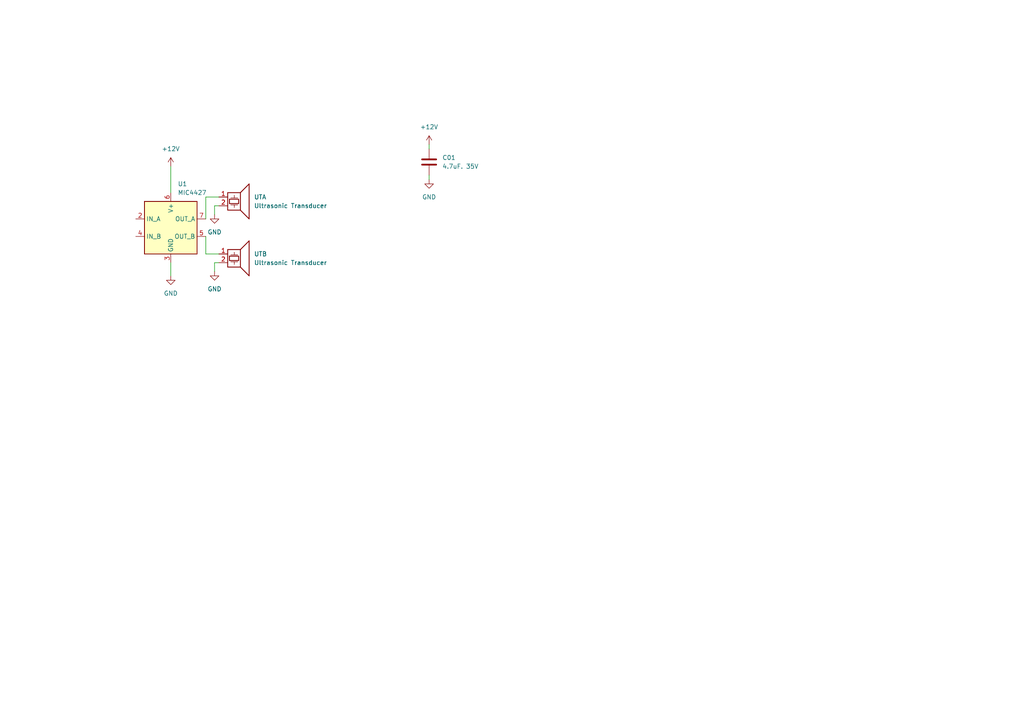
<source format=kicad_sch>
(kicad_sch (version 20211123) (generator eeschema)
  (paper "A4")
  (lib_symbols
    (symbol "Device:C" (pin_numbers hide) (pin_names (offset 0.254))
      (property "Reference" "C" (at 0.635 2.54 0))
      (property "Value" "C" (at 0.635 -2.54 0))
      (symbol "C_0_1"
        (polyline (pts (xy -2.032 -0.762) (xy 2.032 -0.762)) (stroke (width 0.508)))
        (polyline (pts (xy -2.032 0.762) (xy 2.032 0.762)) (stroke (width 0.508)))
      )
      (symbol "C_1_1"
        (pin passive line (at 0 3.81 270) (length 2.794) (name "~") (number "1"))
        (pin passive line (at 0 -3.81 90) (length 2.794) (name "~") (number "2"))
      )
    )
    (symbol "Device:Speaker_Crystal" (pin_names (offset 0) hide)
      (property "Reference" "LS" (at 0.635 5.715 0))
      (property "Value" "Speaker_Crystal" (at 0.635 3.81 0))
      (symbol "Speaker_Crystal_0_0"
        (rectangle (start -2.54 1.27) (end 1.143 -3.81) (stroke (width 0.254)))
        (rectangle (start -2.032 -0.635) (end 0.635 -1.905) (stroke (width 0.254)))
        (polyline (pts (xy -1.651 -2.286) (xy 0.381 -2.286)))
        (polyline (pts (xy -1.651 -0.254) (xy 0.381 -0.254)))
        (polyline (pts (xy -0.635 -2.286) (xy -0.635 -3.048)))
        (polyline (pts (xy -0.635 -0.254) (xy -0.635 0.508)))
        (polyline (pts (xy 1.143 1.27) (xy 3.683 3.81) (xy 3.683 -6.35) (xy 1.143 -3.81)) (stroke (width 0.254)))
      )
      (symbol "Speaker_Crystal_1_1"
        (pin input line (at -5.08 0 0) (length 2.54) (name "1") (number "1"))
        (pin input line (at -5.08 -2.54 0) (length 2.54) (name "2") (number "2"))
      )
    )
    (symbol "Driver_FET:MIC4427"
      (property "Reference" "U" (at -7.62 8.89 0))
      (property "Value" "MIC4427" (at 1.27 8.89 0))
      (symbol "MIC4427_0_1"
        (rectangle (start -7.62 -7.62) (end 7.62 7.62) (stroke (width 0.254)) (fill (type background)))
      )
      (symbol "MIC4427_1_1"
        (pin no_connect line (at -7.62 0 0) (length 2.54) hide (name "NC") (number "1"))
        (pin input line (at -10.16 2.54 0) (length 2.54) (name "IN_A") (number "2"))
        (pin power_in line (at 0 -10.16 90) (length 2.54) (name "GND") (number "3"))
        (pin input line (at -10.16 -2.54 0) (length 2.54) (name "IN_B") (number "4"))
        (pin output line (at 10.16 -2.54 180) (length 2.54) (name "OUT_B") (number "5"))
        (pin power_in line (at 0 10.16 270) (length 2.54) (name "V+") (number "6"))
        (pin output line (at 10.16 2.54 180) (length 2.54) (name "OUT_A") (number "7"))
        (pin no_connect line (at 7.62 0 180) (length 2.54) hide (name "NC") (number "8"))
      )
    )
    (symbol "power:+12V" (power) (pin_names (offset 0))
      (property "Value" "+12V" (at 0 3.556 0))
      (symbol "+12V_0_1"
        (polyline (pts (xy -0.762 1.27) (xy 0 2.54)))
        (polyline (pts (xy 0 0) (xy 0 2.54)))
        (polyline (pts (xy 0 2.54) (xy 0.762 1.27)))
      )
      (symbol "+12V_1_1"
        (pin power_in line (at 0 0 90) (length 0) hide (name "+12V") (number "1"))
      )
    )
    (symbol "power:GND" (power) (pin_names (offset 0))
      (property "Value" "GND" (at 0 -3.81 0))
      (symbol "GND_0_1"
        (polyline (pts (xy 0 0) (xy 0 -1.27) (xy 1.27 -1.27) (xy 0 -2.54) (xy -1.27 -1.27) (xy 0 -1.27)))
      )
      (symbol "GND_1_1"
        (pin power_in line (at 0 0 270) (length 0) hide (name "GND") (number "1"))
      )
    )
  )
  (wire (pts (xy 49.53 48.26) (xy 49.53 55.88)))
  (wire (pts (xy 124.46 41.91) (xy 124.46 43.18)))
  (wire (pts (xy 49.53 76.2) (xy 49.53 80.01)))
  (wire (pts (xy 59.69 57.15) (xy 63.5 57.15)))
  (wire (pts (xy 62.23 59.69) (xy 62.23 62.23)))
  (wire (pts (xy 124.46 52.07) (xy 124.46 50.8)))
  (wire (pts (xy 59.69 73.66) (xy 63.5 73.66)))
  (wire (pts (xy 62.23 76.2) (xy 63.5 76.2)))
  (wire (pts (xy 62.23 76.2) (xy 62.23 78.74)))
  (wire (pts (xy 63.5 59.69) (xy 62.23 59.69)))
  (wire (pts (xy 59.69 68.58) (xy 59.69 73.66)))
  (wire (pts (xy 59.69 63.5) (xy 59.69 57.15)))
  (symbol (lib_id "power:GND") (at 49.53 80.01 0) (unit 1)
    (property "Reference" "#PWR?" (effects hide))
    (property "Value" "GND" (at 49.53 85.09 0))
  )
  (symbol (lib_id "power:GND") (at 124.46 52.07 0) (unit 1)
    (property "Reference" "#PWR?" (effects hide))
    (property "Value" "GND" (at 124.46 57.15 0))
  )
  (symbol (lib_id "Device:Speaker_Crystal") (at 68.58 57.15 0) (unit 1)
    (property "Reference" "UTA" (at 73.66 57.1499 0) (effects (justify left)))
    (property "Value" "Ultrasonic Transducer" (at 73.66 59.6899 0) (effects (justify left)))
  )
  (symbol (lib_id "Device:Speaker_Crystal") (at 68.58 73.66 0) (unit 1)
    (property "Reference" "UTB" (at 73.66 73.6599 0) (effects (justify left)))
    (property "Value" "Ultrasonic Transducer" (at 73.66 76.1999 0) (effects (justify left)))
  )
  (symbol (lib_id "power:GND") (at 62.23 78.74 0) (unit 1)
    (property "Reference" "#PWR?" (effects hide))
    (property "Value" "GND" (at 62.23 83.82 0))
  )
  (symbol (lib_id "Driver_FET:MIC4427") (at 49.53 66.04 0) (unit 1)
    (property "Reference" "U1" (at 51.5494 53.34 0) (effects (justify left)))
    (property "Value" "MIC4427" (at 51.5494 55.88 0) (effects (justify left)))
    (property "Datasheet" "http://ww1.microchip.com/downloads/en/DeviceDoc/mic4426.pdf" (effects hide))
  )
  (symbol (lib_id "power:+12V") (at 49.53 48.26 0) (unit 1)
    (property "Reference" "#PWR?" (effects hide))
    (property "Value" "+12V" (at 49.53 43.18 0))
  )
  (symbol (lib_id "power:GND") (at 62.23 62.23 0) (unit 1)
    (property "Reference" "#PWR?" (effects hide))
    (property "Value" "GND" (at 62.23 67.31 0))
  )
  (symbol (lib_id "power:+12V") (at 124.46 41.91 0) (unit 1)
    (property "Reference" "#PWR?" (effects hide))
    (property "Value" "+12V" (at 124.46 36.83 0))
  )
  (symbol (lib_id "Device:C") (at 124.46 46.99 0) (unit 1)
    (property "Reference" "C01" (at 128.27 45.7199 0) (effects (justify left)))
    (property "Value" "4.7uF. 35V" (at 128.27 48.2599 0) (effects (justify left)))
  )
)
</source>
